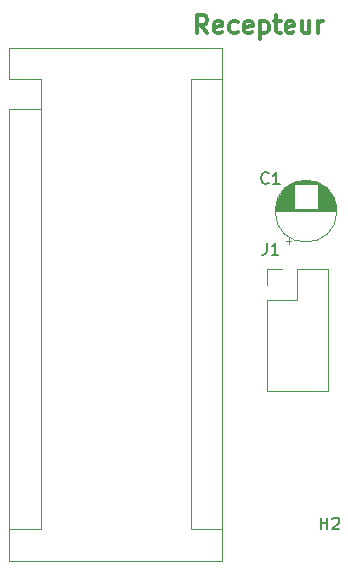
<source format=gbr>
%TF.GenerationSoftware,KiCad,Pcbnew,(5.1.10)-1*%
%TF.CreationDate,2021-09-13T09:28:10+02:00*%
%TF.ProjectId,CarteRecepteur,43617274-6552-4656-9365-70746575722e,rev?*%
%TF.SameCoordinates,Original*%
%TF.FileFunction,Legend,Top*%
%TF.FilePolarity,Positive*%
%FSLAX46Y46*%
G04 Gerber Fmt 4.6, Leading zero omitted, Abs format (unit mm)*
G04 Created by KiCad (PCBNEW (5.1.10)-1) date 2021-09-13 09:28:10*
%MOMM*%
%LPD*%
G01*
G04 APERTURE LIST*
%ADD10C,0.300000*%
%ADD11C,0.120000*%
%ADD12C,0.150000*%
G04 APERTURE END LIST*
D10*
X127642857Y-47678571D02*
X127142857Y-46964285D01*
X126785714Y-47678571D02*
X126785714Y-46178571D01*
X127357142Y-46178571D01*
X127500000Y-46250000D01*
X127571428Y-46321428D01*
X127642857Y-46464285D01*
X127642857Y-46678571D01*
X127571428Y-46821428D01*
X127500000Y-46892857D01*
X127357142Y-46964285D01*
X126785714Y-46964285D01*
X128857142Y-47607142D02*
X128714285Y-47678571D01*
X128428571Y-47678571D01*
X128285714Y-47607142D01*
X128214285Y-47464285D01*
X128214285Y-46892857D01*
X128285714Y-46750000D01*
X128428571Y-46678571D01*
X128714285Y-46678571D01*
X128857142Y-46750000D01*
X128928571Y-46892857D01*
X128928571Y-47035714D01*
X128214285Y-47178571D01*
X130214285Y-47607142D02*
X130071428Y-47678571D01*
X129785714Y-47678571D01*
X129642857Y-47607142D01*
X129571428Y-47535714D01*
X129500000Y-47392857D01*
X129500000Y-46964285D01*
X129571428Y-46821428D01*
X129642857Y-46750000D01*
X129785714Y-46678571D01*
X130071428Y-46678571D01*
X130214285Y-46750000D01*
X131428571Y-47607142D02*
X131285714Y-47678571D01*
X131000000Y-47678571D01*
X130857142Y-47607142D01*
X130785714Y-47464285D01*
X130785714Y-46892857D01*
X130857142Y-46750000D01*
X131000000Y-46678571D01*
X131285714Y-46678571D01*
X131428571Y-46750000D01*
X131500000Y-46892857D01*
X131500000Y-47035714D01*
X130785714Y-47178571D01*
X132142857Y-46678571D02*
X132142857Y-48178571D01*
X132142857Y-46750000D02*
X132285714Y-46678571D01*
X132571428Y-46678571D01*
X132714285Y-46750000D01*
X132785714Y-46821428D01*
X132857142Y-46964285D01*
X132857142Y-47392857D01*
X132785714Y-47535714D01*
X132714285Y-47607142D01*
X132571428Y-47678571D01*
X132285714Y-47678571D01*
X132142857Y-47607142D01*
X133285714Y-46678571D02*
X133857142Y-46678571D01*
X133500000Y-46178571D02*
X133500000Y-47464285D01*
X133571428Y-47607142D01*
X133714285Y-47678571D01*
X133857142Y-47678571D01*
X134928571Y-47607142D02*
X134785714Y-47678571D01*
X134500000Y-47678571D01*
X134357142Y-47607142D01*
X134285714Y-47464285D01*
X134285714Y-46892857D01*
X134357142Y-46750000D01*
X134500000Y-46678571D01*
X134785714Y-46678571D01*
X134928571Y-46750000D01*
X135000000Y-46892857D01*
X135000000Y-47035714D01*
X134285714Y-47178571D01*
X136285714Y-46678571D02*
X136285714Y-47678571D01*
X135642857Y-46678571D02*
X135642857Y-47464285D01*
X135714285Y-47607142D01*
X135857142Y-47678571D01*
X136071428Y-47678571D01*
X136214285Y-47607142D01*
X136285714Y-47535714D01*
X137000000Y-47678571D02*
X137000000Y-46678571D01*
X137000000Y-46964285D02*
X137071428Y-46821428D01*
X137142857Y-46750000D01*
X137285714Y-46678571D01*
X137428571Y-46678571D01*
D11*
%TO.C,A1*%
X128900000Y-48900000D02*
X110860000Y-48900000D01*
X128900000Y-92340000D02*
X128900000Y-48900000D01*
X110860000Y-92340000D02*
X128900000Y-92340000D01*
X113530000Y-89670000D02*
X110860000Y-89670000D01*
X113530000Y-54110000D02*
X113530000Y-89670000D01*
X113530000Y-54110000D02*
X110860000Y-54110000D01*
X126230000Y-89670000D02*
X128900000Y-89670000D01*
X126230000Y-51570000D02*
X126230000Y-89670000D01*
X126230000Y-51570000D02*
X128900000Y-51570000D01*
X110860000Y-48900000D02*
X110860000Y-51570000D01*
X110860000Y-54110000D02*
X110860000Y-92340000D01*
X113530000Y-51570000D02*
X110860000Y-51570000D01*
X113530000Y-54110000D02*
X113530000Y-51570000D01*
%TO.C,C1*%
X134275000Y-65304775D02*
X134775000Y-65304775D01*
X134525000Y-65554775D02*
X134525000Y-65054775D01*
X135716000Y-60149000D02*
X136284000Y-60149000D01*
X135482000Y-60189000D02*
X136518000Y-60189000D01*
X135323000Y-60229000D02*
X136677000Y-60229000D01*
X135195000Y-60269000D02*
X136805000Y-60269000D01*
X135085000Y-60309000D02*
X136915000Y-60309000D01*
X134989000Y-60349000D02*
X137011000Y-60349000D01*
X134902000Y-60389000D02*
X137098000Y-60389000D01*
X134822000Y-60429000D02*
X137178000Y-60429000D01*
X137040000Y-60469000D02*
X137251000Y-60469000D01*
X134749000Y-60469000D02*
X134960000Y-60469000D01*
X137040000Y-60509000D02*
X137319000Y-60509000D01*
X134681000Y-60509000D02*
X134960000Y-60509000D01*
X137040000Y-60549000D02*
X137383000Y-60549000D01*
X134617000Y-60549000D02*
X134960000Y-60549000D01*
X137040000Y-60589000D02*
X137443000Y-60589000D01*
X134557000Y-60589000D02*
X134960000Y-60589000D01*
X137040000Y-60629000D02*
X137500000Y-60629000D01*
X134500000Y-60629000D02*
X134960000Y-60629000D01*
X137040000Y-60669000D02*
X137554000Y-60669000D01*
X134446000Y-60669000D02*
X134960000Y-60669000D01*
X137040000Y-60709000D02*
X137605000Y-60709000D01*
X134395000Y-60709000D02*
X134960000Y-60709000D01*
X137040000Y-60749000D02*
X137653000Y-60749000D01*
X134347000Y-60749000D02*
X134960000Y-60749000D01*
X137040000Y-60789000D02*
X137699000Y-60789000D01*
X134301000Y-60789000D02*
X134960000Y-60789000D01*
X137040000Y-60829000D02*
X137743000Y-60829000D01*
X134257000Y-60829000D02*
X134960000Y-60829000D01*
X137040000Y-60869000D02*
X137785000Y-60869000D01*
X134215000Y-60869000D02*
X134960000Y-60869000D01*
X137040000Y-60909000D02*
X137826000Y-60909000D01*
X134174000Y-60909000D02*
X134960000Y-60909000D01*
X137040000Y-60949000D02*
X137864000Y-60949000D01*
X134136000Y-60949000D02*
X134960000Y-60949000D01*
X137040000Y-60989000D02*
X137901000Y-60989000D01*
X134099000Y-60989000D02*
X134960000Y-60989000D01*
X137040000Y-61029000D02*
X137937000Y-61029000D01*
X134063000Y-61029000D02*
X134960000Y-61029000D01*
X137040000Y-61069000D02*
X137971000Y-61069000D01*
X134029000Y-61069000D02*
X134960000Y-61069000D01*
X137040000Y-61109000D02*
X138004000Y-61109000D01*
X133996000Y-61109000D02*
X134960000Y-61109000D01*
X137040000Y-61149000D02*
X138035000Y-61149000D01*
X133965000Y-61149000D02*
X134960000Y-61149000D01*
X137040000Y-61189000D02*
X138065000Y-61189000D01*
X133935000Y-61189000D02*
X134960000Y-61189000D01*
X137040000Y-61229000D02*
X138095000Y-61229000D01*
X133905000Y-61229000D02*
X134960000Y-61229000D01*
X137040000Y-61269000D02*
X138122000Y-61269000D01*
X133878000Y-61269000D02*
X134960000Y-61269000D01*
X137040000Y-61309000D02*
X138149000Y-61309000D01*
X133851000Y-61309000D02*
X134960000Y-61309000D01*
X137040000Y-61349000D02*
X138175000Y-61349000D01*
X133825000Y-61349000D02*
X134960000Y-61349000D01*
X137040000Y-61389000D02*
X138200000Y-61389000D01*
X133800000Y-61389000D02*
X134960000Y-61389000D01*
X137040000Y-61429000D02*
X138224000Y-61429000D01*
X133776000Y-61429000D02*
X134960000Y-61429000D01*
X137040000Y-61469000D02*
X138247000Y-61469000D01*
X133753000Y-61469000D02*
X134960000Y-61469000D01*
X137040000Y-61509000D02*
X138268000Y-61509000D01*
X133732000Y-61509000D02*
X134960000Y-61509000D01*
X137040000Y-61549000D02*
X138290000Y-61549000D01*
X133710000Y-61549000D02*
X134960000Y-61549000D01*
X137040000Y-61589000D02*
X138310000Y-61589000D01*
X133690000Y-61589000D02*
X134960000Y-61589000D01*
X137040000Y-61629000D02*
X138329000Y-61629000D01*
X133671000Y-61629000D02*
X134960000Y-61629000D01*
X137040000Y-61669000D02*
X138348000Y-61669000D01*
X133652000Y-61669000D02*
X134960000Y-61669000D01*
X137040000Y-61709000D02*
X138365000Y-61709000D01*
X133635000Y-61709000D02*
X134960000Y-61709000D01*
X137040000Y-61749000D02*
X138382000Y-61749000D01*
X133618000Y-61749000D02*
X134960000Y-61749000D01*
X137040000Y-61789000D02*
X138398000Y-61789000D01*
X133602000Y-61789000D02*
X134960000Y-61789000D01*
X137040000Y-61829000D02*
X138414000Y-61829000D01*
X133586000Y-61829000D02*
X134960000Y-61829000D01*
X137040000Y-61869000D02*
X138428000Y-61869000D01*
X133572000Y-61869000D02*
X134960000Y-61869000D01*
X137040000Y-61909000D02*
X138442000Y-61909000D01*
X133558000Y-61909000D02*
X134960000Y-61909000D01*
X137040000Y-61949000D02*
X138455000Y-61949000D01*
X133545000Y-61949000D02*
X134960000Y-61949000D01*
X137040000Y-61989000D02*
X138468000Y-61989000D01*
X133532000Y-61989000D02*
X134960000Y-61989000D01*
X137040000Y-62029000D02*
X138480000Y-62029000D01*
X133520000Y-62029000D02*
X134960000Y-62029000D01*
X137040000Y-62070000D02*
X138491000Y-62070000D01*
X133509000Y-62070000D02*
X134960000Y-62070000D01*
X137040000Y-62110000D02*
X138501000Y-62110000D01*
X133499000Y-62110000D02*
X134960000Y-62110000D01*
X137040000Y-62150000D02*
X138511000Y-62150000D01*
X133489000Y-62150000D02*
X134960000Y-62150000D01*
X137040000Y-62190000D02*
X138520000Y-62190000D01*
X133480000Y-62190000D02*
X134960000Y-62190000D01*
X137040000Y-62230000D02*
X138528000Y-62230000D01*
X133472000Y-62230000D02*
X134960000Y-62230000D01*
X137040000Y-62270000D02*
X138536000Y-62270000D01*
X133464000Y-62270000D02*
X134960000Y-62270000D01*
X137040000Y-62310000D02*
X138543000Y-62310000D01*
X133457000Y-62310000D02*
X134960000Y-62310000D01*
X137040000Y-62350000D02*
X138550000Y-62350000D01*
X133450000Y-62350000D02*
X134960000Y-62350000D01*
X137040000Y-62390000D02*
X138556000Y-62390000D01*
X133444000Y-62390000D02*
X134960000Y-62390000D01*
X137040000Y-62430000D02*
X138561000Y-62430000D01*
X133439000Y-62430000D02*
X134960000Y-62430000D01*
X137040000Y-62470000D02*
X138565000Y-62470000D01*
X133435000Y-62470000D02*
X134960000Y-62470000D01*
X137040000Y-62510000D02*
X138569000Y-62510000D01*
X133431000Y-62510000D02*
X134960000Y-62510000D01*
X133427000Y-62550000D02*
X138573000Y-62550000D01*
X133424000Y-62590000D02*
X138576000Y-62590000D01*
X133422000Y-62630000D02*
X138578000Y-62630000D01*
X133421000Y-62670000D02*
X138579000Y-62670000D01*
X133420000Y-62710000D02*
X138580000Y-62710000D01*
X133420000Y-62750000D02*
X138580000Y-62750000D01*
X138620000Y-62750000D02*
G75*
G03*
X138620000Y-62750000I-2620000J0D01*
G01*
%TO.C,J1*%
X132670000Y-67670000D02*
X134000000Y-67670000D01*
X132670000Y-69000000D02*
X132670000Y-67670000D01*
X135270000Y-67670000D02*
X137870000Y-67670000D01*
X135270000Y-70270000D02*
X135270000Y-67670000D01*
X132670000Y-70270000D02*
X135270000Y-70270000D01*
X137870000Y-67670000D02*
X137870000Y-77950000D01*
X132670000Y-70270000D02*
X132670000Y-77950000D01*
X132670000Y-77950000D02*
X137870000Y-77950000D01*
%TO.C,H2*%
D12*
X137238095Y-89702380D02*
X137238095Y-88702380D01*
X137238095Y-89178571D02*
X137809523Y-89178571D01*
X137809523Y-89702380D02*
X137809523Y-88702380D01*
X138238095Y-88797619D02*
X138285714Y-88750000D01*
X138380952Y-88702380D01*
X138619047Y-88702380D01*
X138714285Y-88750000D01*
X138761904Y-88797619D01*
X138809523Y-88892857D01*
X138809523Y-88988095D01*
X138761904Y-89130952D01*
X138190476Y-89702380D01*
X138809523Y-89702380D01*
%TO.C,C1*%
X132833333Y-60357142D02*
X132785714Y-60404761D01*
X132642857Y-60452380D01*
X132547619Y-60452380D01*
X132404761Y-60404761D01*
X132309523Y-60309523D01*
X132261904Y-60214285D01*
X132214285Y-60023809D01*
X132214285Y-59880952D01*
X132261904Y-59690476D01*
X132309523Y-59595238D01*
X132404761Y-59500000D01*
X132547619Y-59452380D01*
X132642857Y-59452380D01*
X132785714Y-59500000D01*
X132833333Y-59547619D01*
X133785714Y-60452380D02*
X133214285Y-60452380D01*
X133500000Y-60452380D02*
X133500000Y-59452380D01*
X133404761Y-59595238D01*
X133309523Y-59690476D01*
X133214285Y-59738095D01*
%TO.C,J1*%
X132666666Y-65452380D02*
X132666666Y-66166666D01*
X132619047Y-66309523D01*
X132523809Y-66404761D01*
X132380952Y-66452380D01*
X132285714Y-66452380D01*
X133666666Y-66452380D02*
X133095238Y-66452380D01*
X133380952Y-66452380D02*
X133380952Y-65452380D01*
X133285714Y-65595238D01*
X133190476Y-65690476D01*
X133095238Y-65738095D01*
%TD*%
M02*

</source>
